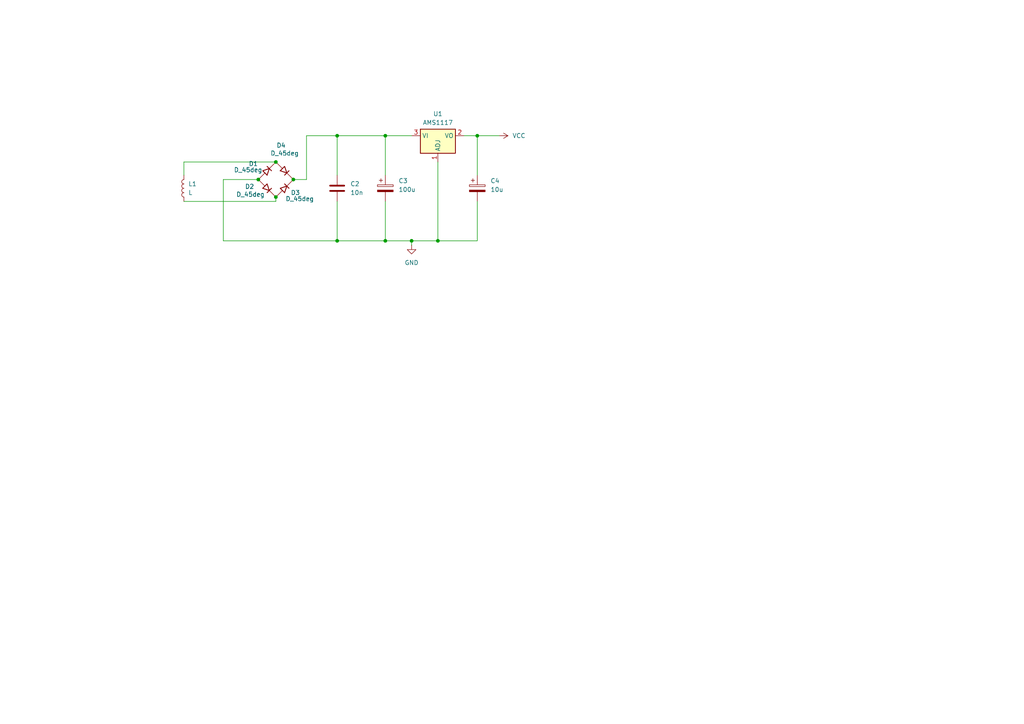
<source format=kicad_sch>
(kicad_sch (version 20250114) (generator "eeschema") (generator_version "9.0")
  (paper "A4")
  (lib_symbols
    (symbol "Device:C" (pin_numbers (hide yes)) (pin_names (offset 0.254))
      (property "Reference" "C" (at 0.635 2.54 0))
      (property "Value" "C" (at 0.635 -2.54 0))
      (symbol "C_0_1"
        (polyline (pts (xy -2.032 0.762) (xy 2.032 0.762)) (stroke (width 0.508)))
        (polyline (pts (xy -2.032 -0.762) (xy 2.032 -0.762)) (stroke (width 0.508)))
      )
      (symbol "C_1_1"
        (pin passive line (at 0 3.81 270) (length 2.794) (name "~") (number "1"))
        (pin passive line (at 0 -3.81 90) (length 2.794) (name "~") (number "2"))
      )
    )
    (symbol "Device:C_Polarized" (pin_numbers (hide yes)) (pin_names (offset 0.254))
      (property "Reference" "C" (at 0.635 2.54 0))
      (property "Value" "C_Polarized" (at 0.635 -2.54 0))
      (symbol "C_Polarized_0_1"
        (rectangle (start -2.286 0.508) (end 2.286 1.016))
        (polyline (pts (xy -1.778 2.286) (xy -0.762 2.286)))
        (polyline (pts (xy -1.27 2.794) (xy -1.27 1.778)))
        (rectangle (start 2.286 -0.508) (end -2.286 -1.016) (fill (type outline)))
      )
      (symbol "C_Polarized_1_1"
        (pin passive line (at 0 3.81 270) (length 2.794) (name "~") (number "1"))
        (pin passive line (at 0 -3.81 90) (length 2.794) (name "~") (number "2"))
      )
    )
    (symbol "Device:D_45deg" (pin_numbers (hide yes)) (pin_names (offset 0) (hide yes))
      (property "Reference" "D" (at 1.27 2.54 0))
      (property "Value" "D_45deg" (at 1.27 0 0))
      (symbol "D_45deg_0_1"
        (polyline (pts (xy -1.27 0) (xy 0 1.27) (xy 0.635 -0.635) (xy -1.27 0)) (stroke (width 0.254)))
        (polyline (pts (xy -0.635 0.635) (xy -2.54 2.54)))
        (polyline (pts (xy 0 -1.27) (xy 1.27 0)) (stroke (width 0.254)))
        (polyline (pts (xy 2.54 -2.54) (xy 0.635 -0.635)))
      )
      (symbol "D_45deg_1_1"
        (pin passive line (at -2.54 2.54 0) (length 0) (name "A") (number "2"))
        (pin passive line (at 2.54 -2.54 180) (length 0) (name "K") (number "1"))
      )
    )
    (symbol "Device:L" (pin_numbers (hide yes)) (pin_names (offset 1.016) (hide yes))
      (property "Reference" "L" (at -1.27 0 90))
      (property "Value" "L" (at 1.905 0 90))
      (symbol "L_0_1"
        (arc (start 0 2.54) (mid 0.6323 1.905) (end 0 1.27))
        (arc (start 0 1.27) (mid 0.6323 0.635) (end 0 0))
        (arc (start 0 0) (mid 0.6323 -0.635) (end 0 -1.27))
        (arc (start 0 -1.27) (mid 0.6323 -1.905) (end 0 -2.54))
      )
      (symbol "L_1_1"
        (pin passive line (at 0 3.81 270) (length 1.27) (name "1") (number "1"))
        (pin passive line (at 0 -3.81 90) (length 1.27) (name "2") (number "2"))
      )
    )
    (symbol "Regulator_Linear:AMS1117"
      (property "Reference" "U" (at -3.81 3.175 0))
      (property "Value" "AMS1117" (at 0 3.175 0))
      (symbol "AMS1117_0_1"
        (rectangle (start -5.08 -5.08) (end 5.08 1.905) (stroke (width 0.254)) (fill (type background)))
      )
      (symbol "AMS1117_1_1"
        (pin power_in line (at -7.62 0 0) (length 2.54) (name "VI") (number "3"))
        (pin input line (at 0 -7.62 90) (length 2.54) (name "ADJ") (number "1"))
        (pin power_out line (at 7.62 0 180) (length 2.54) (name "VO") (number "2"))
      )
    )
    (symbol "power:GND" (power) (pin_numbers (hide yes)) (pin_names (offset 0) (hide yes))
      (property "Value" "GND" (at 0 -3.81 0))
      (symbol "GND_0_1"
        (polyline (pts (xy 0 0) (xy 0 -1.27) (xy 1.27 -1.27) (xy 0 -2.54) (xy -1.27 -1.27) (xy 0 -1.27)))
      )
      (symbol "GND_1_1"
        (pin power_in line (at 0 0 270) (length 0) (name "~") (number "1"))
      )
    )
    (symbol "power:VCC" (power) (pin_numbers (hide yes)) (pin_names (offset 0) (hide yes))
      (property "Value" "VCC" (at 0 3.556 0))
      (symbol "VCC_0_1"
        (polyline (pts (xy -0.762 1.27) (xy 0 2.54)))
        (polyline (pts (xy 0 2.54) (xy 0.762 1.27)))
        (polyline (pts (xy 0 0) (xy 0 2.54)))
      )
      (symbol "VCC_1_1"
        (pin power_in line (at 0 0 90) (length 0) (name "~") (number "1"))
      )
    )
  )
  (junction (at 111.76 69.85))
  (junction (at 138.43 39.37))
  (junction (at 80.01 46.99))
  (junction (at 119.38 69.85))
  (junction (at 97.79 69.85))
  (junction (at 111.76 39.37))
  (junction (at 80.01 57.15))
  (junction (at 97.79 39.37))
  (junction (at 74.93 52.07))
  (junction (at 127 69.85))
  (junction (at 85.09 52.07))
  (wire (pts (xy 111.76 58.42) (xy 111.76 69.85)))
  (wire (pts (xy 74.93 52.07) (xy 64.77 52.07)))
  (wire (pts (xy 138.43 39.37) (xy 134.62 39.37)))
  (wire (pts (xy 80.01 46.99) (xy 53.34 46.99)))
  (wire (pts (xy 111.76 69.85) (xy 119.38 69.85)))
  (wire (pts (xy 138.43 69.85) (xy 138.43 58.42)))
  (wire (pts (xy 138.43 39.37) (xy 144.78 39.37)))
  (wire (pts (xy 64.77 69.85) (xy 97.79 69.85)))
  (wire (pts (xy 97.79 69.85) (xy 97.79 58.42)))
  (wire (pts (xy 97.79 39.37) (xy 97.79 50.8)))
  (wire (pts (xy 97.79 69.85) (xy 111.76 69.85)))
  (wire (pts (xy 119.38 69.85) (xy 127 69.85)))
  (wire (pts (xy 88.9 52.07) (xy 88.9 39.37)))
  (wire (pts (xy 97.79 39.37) (xy 111.76 39.37)))
  (wire (pts (xy 88.9 39.37) (xy 97.79 39.37)))
  (wire (pts (xy 111.76 39.37) (xy 119.38 39.37)))
  (wire (pts (xy 127 69.85) (xy 138.43 69.85)))
  (wire (pts (xy 64.77 52.07) (xy 64.77 69.85)))
  (wire (pts (xy 53.34 46.99) (xy 53.34 50.8)))
  (wire (pts (xy 53.34 58.42) (xy 80.01 58.42)))
  (wire (pts (xy 138.43 50.8) (xy 138.43 39.37)))
  (wire (pts (xy 85.09 52.07) (xy 88.9 52.07)))
  (wire (pts (xy 127 46.99) (xy 127 69.85)))
  (wire (pts (xy 111.76 39.37) (xy 111.76 50.8)))
  (wire (pts (xy 119.38 69.85) (xy 119.38 71.12)))
  (wire (pts (xy 80.01 57.15) (xy 80.01 58.42)))
  (symbol (lib_id "Device:C") (at 97.79 54.61 0) (unit 1)
    (property "Reference" "C2" (at 101.6 53.3399 0) (effects (justify left)))
    (property "Value" "10n" (at 101.6 55.8799 0) (effects (justify left)))
    (property "Footprint" "Capacitor_THT:C_Disc_D5.0mm_W2.5mm_P2.50mm" (effects (hide yes)))
    (property "Description" "Unpolarized capacitor" (effects (hide yes)))
  )
  (symbol (lib_id "Device:C_Polarized") (at 111.76 54.61 0) (unit 1)
    (property "Reference" "C3" (at 115.57 52.4509 0) (effects (justify left)))
    (property "Value" "100u" (at 115.57 54.9909 0) (effects (justify left)))
    (property "Footprint" "Capacitor_THT:CP_Radial_D8.0mm_P5.00mm" (effects (hide yes)))
    (property "Description" "Polarized capacitor" (effects (hide yes)))
  )
  (symbol (lib_id "Device:D_45deg") (at 77.47 54.61 0) (unit 1)
    (property "Reference" "D2" (at 72.39 54.102 0))
    (property "Value" "D_45deg" (at 72.644 56.388 0))
    (property "Footprint" "Diode_THT:D_DO-41_SOD81_P10.16mm_Horizontal" (effects (hide yes)))
    (property "Description" "Diode, rotated by 45°" (effects (hide yes)))
    (property "Sim.Device" "D" (effects (hide yes)))
    (property "Sim.Pins" "1=K 2=A" (effects (hide yes)))
  )
  (symbol (lib_id "power:GND") (at 119.38 71.12 0) (unit 1)
    (property "Reference" "#PWR02" (effects (hide yes)))
    (property "Value" "GND" (at 119.38 76.2 0))
    (property "Description" "Power symbol creates a global label with name \"GND\" , ground" (effects (hide yes)))
  )
  (symbol (lib_id "Device:D_45deg") (at 77.47 49.53 90) (unit 1)
    (property "Reference" "D1" (at 72.136 47.498 90) (effects (justify right)))
    (property "Value" "D_45deg" (at 67.818 49.276 90) (effects (justify right)))
    (property "Footprint" "Diode_THT:D_DO-41_SOD81_P10.16mm_Horizontal" (effects (hide yes)))
    (property "Description" "Diode, rotated by 45°" (effects (hide yes)))
    (property "Sim.Device" "D" (effects (hide yes)))
    (property "Sim.Pins" "1=K 2=A" (effects (hide yes)))
  )
  (symbol (lib_id "power:VCC") (at 144.78 39.37 270) (unit 1)
    (property "Reference" "#PWR01" (effects (hide yes)))
    (property "Value" "VCC" (at 148.59 39.3699 90) (effects (justify left)))
    (property "Description" "Power symbol creates a global label with name \"VCC\"" (effects (hide yes)))
  )
  (symbol (lib_id "Device:D_45deg") (at 82.55 54.61 90) (unit 1)
    (property "Reference" "D3" (at 84.328 55.88 90) (effects (justify right)))
    (property "Value" "D_45deg" (at 82.804 57.658 90) (effects (justify right)))
    (property "Footprint" "Diode_THT:D_DO-41_SOD81_P10.16mm_Horizontal" (effects (hide yes)))
    (property "Description" "Diode, rotated by 45°" (effects (hide yes)))
    (property "Sim.Device" "D" (effects (hide yes)))
    (property "Sim.Pins" "1=K 2=A" (effects (hide yes)))
  )
  (symbol (lib_id "Device:D_45deg") (at 82.55 49.53 0) (unit 1)
    (property "Reference" "D4" (at 81.534 42.164 0))
    (property "Value" "D_45deg" (at 82.55 44.45 0))
    (property "Footprint" "Diode_THT:D_DO-41_SOD81_P10.16mm_Horizontal" (effects (hide yes)))
    (property "Description" "Diode, rotated by 45°" (effects (hide yes)))
    (property "Sim.Device" "D" (effects (hide yes)))
    (property "Sim.Pins" "1=K 2=A" (effects (hide yes)))
  )
  (symbol (lib_id "Device:C_Polarized") (at 138.43 54.61 0) (unit 1)
    (property "Reference" "C4" (at 142.24 52.4509 0) (effects (justify left)))
    (property "Value" "10u" (at 142.24 54.9909 0) (effects (justify left)))
    (property "Footprint" "Capacitor_THT:CP_Radial_D10.0mm_P5.00mm" (effects (hide yes)))
    (property "Description" "Polarized capacitor" (effects (hide yes)))
  )
  (symbol (lib_id "Regulator_Linear:AMS1117") (at 127 39.37 0) (unit 1)
    (property "Reference" "U1" (at 127 33.02 0))
    (property "Value" "AMS1117" (at 127 35.56 0))
    (property "Footprint" "Package_TO_SOT_THT:TO-220-3_Vertical" (effects (hide yes)))
    (property "Datasheet" "http://www.advanced-monolithic.com/pdf/ds1117.pdf" (effects (hide yes)))
    (property "Description" "1A Low Dropout regulator, positive, adjustable output, SOT-223" (effects (hide yes)))
  )
  (symbol (lib_id "Device:L") (at 53.34 54.61 180) (unit 1)
    (property "Reference" "L1" (at 54.61 53.3399 0) (effects (justify right)))
    (property "Value" "L" (at 54.61 55.8799 0) (effects (justify right)))
    (property "Footprint" "Inductor_THT:L_Axial_L20.3mm_D12.1mm_P28.50mm_Horizontal_Vishay_IHA-101" (effects (hide yes)))
    (property "Description" "Inductor" (effects (hide yes)))
  )
)
</source>
